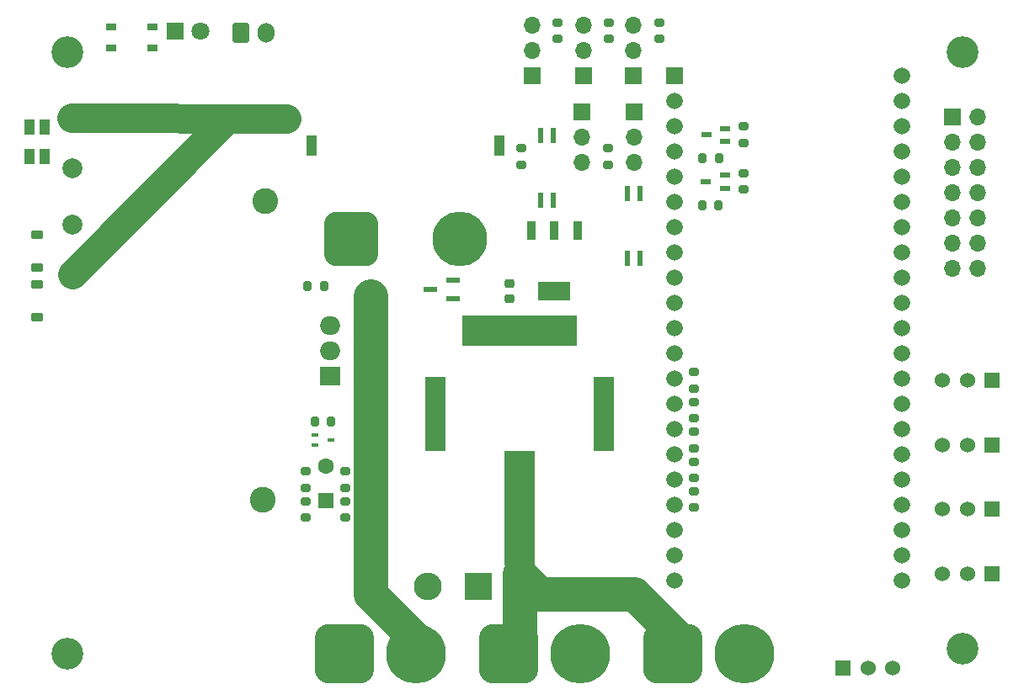
<source format=gbr>
%TF.GenerationSoftware,KiCad,Pcbnew,8.0.4*%
%TF.CreationDate,2024-08-13T21:05:31+09:00*%
%TF.ProjectId,chibarobo_board_2024,63686962-6172-46f6-926f-5f626f617264,rev?*%
%TF.SameCoordinates,Original*%
%TF.FileFunction,Soldermask,Top*%
%TF.FilePolarity,Negative*%
%FSLAX46Y46*%
G04 Gerber Fmt 4.6, Leading zero omitted, Abs format (unit mm)*
G04 Created by KiCad (PCBNEW 8.0.4) date 2024-08-13 21:05:31*
%MOMM*%
%LPD*%
G01*
G04 APERTURE LIST*
G04 Aperture macros list*
%AMRoundRect*
0 Rectangle with rounded corners*
0 $1 Rounding radius*
0 $2 $3 $4 $5 $6 $7 $8 $9 X,Y pos of 4 corners*
0 Add a 4 corners polygon primitive as box body*
4,1,4,$2,$3,$4,$5,$6,$7,$8,$9,$2,$3,0*
0 Add four circle primitives for the rounded corners*
1,1,$1+$1,$2,$3*
1,1,$1+$1,$4,$5*
1,1,$1+$1,$6,$7*
1,1,$1+$1,$8,$9*
0 Add four rect primitives between the rounded corners*
20,1,$1+$1,$2,$3,$4,$5,0*
20,1,$1+$1,$4,$5,$6,$7,0*
20,1,$1+$1,$6,$7,$8,$9,0*
20,1,$1+$1,$8,$9,$2,$3,0*%
%AMFreePoly0*
4,1,5,1.500000,-5.750000,-1.500000,-5.750000,-1.500000,5.750000,1.500000,5.750000,1.500000,-5.750000,1.500000,-5.750000,$1*%
%AMFreePoly1*
4,1,5,1.000000,-3.750000,-1.000000,-3.750000,-1.000000,3.750000,1.000000,3.750000,1.000000,-3.750000,1.000000,-3.750000,$1*%
G04 Aperture macros list end*
%ADD10C,3.500000*%
%ADD11C,0.100000*%
%ADD12C,3.000000*%
%ADD13RoundRect,0.225000X0.375000X-0.225000X0.375000X0.225000X-0.375000X0.225000X-0.375000X-0.225000X0*%
%ADD14RoundRect,0.200000X-0.275000X0.200000X-0.275000X-0.200000X0.275000X-0.200000X0.275000X0.200000X0*%
%ADD15R,1.000000X2.000000*%
%ADD16RoundRect,1.375000X-1.375000X-1.375000X1.375000X-1.375000X1.375000X1.375000X-1.375000X1.375000X0*%
%ADD17C,5.500000*%
%ADD18R,1.524000X1.524000*%
%ADD19C,1.524000*%
%ADD20RoundRect,0.200000X0.275000X-0.200000X0.275000X0.200000X-0.275000X0.200000X-0.275000X-0.200000X0*%
%ADD21R,1.700000X1.700000*%
%ADD22O,1.700000X1.700000*%
%ADD23FreePoly0,180.000000*%
%ADD24FreePoly1,180.000000*%
%ADD25FreePoly0,270.000000*%
%ADD26R,1.100000X1.500000*%
%ADD27R,1.000000X0.500000*%
%ADD28RoundRect,0.137500X0.137500X-0.662500X0.137500X0.662500X-0.137500X0.662500X-0.137500X-0.662500X0*%
%ADD29RoundRect,0.137500X-0.137500X0.662500X-0.137500X-0.662500X0.137500X-0.662500X0.137500X0.662500X0*%
%ADD30RoundRect,0.200000X-0.200000X-0.275000X0.200000X-0.275000X0.200000X0.275000X-0.200000X0.275000X0*%
%ADD31R,0.800000X0.400000*%
%ADD32RoundRect,0.250000X-0.600000X-0.750000X0.600000X-0.750000X0.600000X0.750000X-0.600000X0.750000X0*%
%ADD33O,1.700000X2.000000*%
%ADD34C,3.200000*%
%ADD35RoundRect,1.500000X-1.500000X-1.500000X1.500000X-1.500000X1.500000X1.500000X-1.500000X1.500000X0*%
%ADD36C,6.000000*%
%ADD37R,2.800000X2.800000*%
%ADD38O,2.800000X2.800000*%
%ADD39C,2.600000*%
%ADD40RoundRect,0.225000X-0.250000X0.225000X-0.250000X-0.225000X0.250000X-0.225000X0.250000X0.225000X0*%
%ADD41R,0.950000X1.900000*%
%ADD42R,3.250000X1.900000*%
%ADD43R,1.050000X0.650000*%
%ADD44RoundRect,0.200000X0.200000X0.275000X-0.200000X0.275000X-0.200000X-0.275000X0.200000X-0.275000X0*%
%ADD45R,1.450000X0.600000*%
%ADD46R,1.665000X1.665000*%
%ADD47C,1.665000*%
%ADD48R,2.000000X1.905000*%
%ADD49O,2.000000X1.905000*%
%ADD50R,1.800000X1.800000*%
%ADD51C,1.800000*%
%ADD52R,1.600000X1.600000*%
%ADD53C,1.600000*%
%ADD54R,2.000000X2.000000*%
%ADD55C,2.000000*%
G04 APERTURE END LIST*
D10*
X135500000Y-79500000D02*
X135500000Y-109000000D01*
X152500000Y-109500000D02*
X162000000Y-109500000D01*
X162000000Y-109500000D02*
X166000000Y-113500000D01*
X150500000Y-107500000D02*
X152500000Y-109500000D01*
X135500000Y-109500000D02*
X140000000Y-114000000D01*
D11*
X135500000Y-109000000D02*
X135500000Y-109500000D01*
D10*
X150500000Y-107500000D02*
X150500000Y-115000000D01*
D12*
X120660003Y-62076941D02*
X105519551Y-77348123D01*
X127000000Y-61671369D02*
X105474633Y-61612425D01*
D13*
%TO.C,D3*%
X102000000Y-76650000D03*
X102000000Y-73350000D03*
%TD*%
D14*
%TO.C,R30*%
X168000000Y-90175000D03*
X168000000Y-91825000D03*
%TD*%
%TO.C,R23*%
X159380110Y-64675000D03*
X159380110Y-66325000D03*
%TD*%
D15*
%TO.C,J16*%
X129550000Y-64350000D03*
X148450000Y-64350000D03*
D16*
X133550000Y-73750000D03*
D17*
X144450000Y-73750000D03*
%TD*%
D18*
%TO.C,J10*%
X198000000Y-94500000D03*
D19*
X195500000Y-94500000D03*
X193000000Y-94500000D03*
%TD*%
D14*
%TO.C,R32*%
X168000000Y-93175000D03*
X168000000Y-94825000D03*
%TD*%
D20*
%TO.C,R5*%
X133000000Y-98825000D03*
X133000000Y-97175000D03*
%TD*%
D18*
%TO.C,J14*%
X183000000Y-117000000D03*
D19*
X185500000Y-117000000D03*
X188000000Y-117000000D03*
%TD*%
D21*
%TO.C,J1*%
X193997513Y-61494733D03*
D22*
X196537513Y-61494733D03*
X193997513Y-64034733D03*
X196537513Y-64034733D03*
X193997513Y-66574733D03*
X196537513Y-66574733D03*
X193997513Y-69114733D03*
X196537513Y-69114733D03*
X193997513Y-71654733D03*
X196537513Y-71654733D03*
X193997513Y-74194733D03*
X196537513Y-74194733D03*
X193997513Y-76734733D03*
X196537513Y-76734733D03*
%TD*%
D18*
%TO.C,J13*%
X198000000Y-107500000D03*
D19*
X195500000Y-107500000D03*
X193000000Y-107500000D03*
%TD*%
D23*
%TO.C,K1*%
X150500000Y-100900000D03*
D24*
X142050000Y-91400000D03*
X158950000Y-91400000D03*
D25*
X150500000Y-83000000D03*
%TD*%
D26*
%TO.C,D2*%
X101250000Y-65500000D03*
X101250000Y-62500000D03*
X102750000Y-62500000D03*
X102750000Y-65500000D03*
%TD*%
D20*
%TO.C,R11*%
X128997541Y-98831399D03*
X128997541Y-97181399D03*
%TD*%
D14*
%TO.C,R14*%
X164500000Y-52000000D03*
X164500000Y-53650000D03*
%TD*%
D27*
%TO.C,Q6*%
X171146674Y-63947920D03*
X171146674Y-62647920D03*
X169246674Y-63297920D03*
%TD*%
D28*
%TO.C,U5*%
X152627632Y-69885143D03*
X153897632Y-69885143D03*
X153897632Y-63385143D03*
X152627632Y-63385143D03*
%TD*%
D20*
%TO.C,R22*%
X173000743Y-64125149D03*
X173000743Y-62475149D03*
%TD*%
D29*
%TO.C,U4*%
X162635000Y-69250000D03*
X161365000Y-69250000D03*
X161365000Y-75750000D03*
X162635000Y-75750000D03*
%TD*%
D30*
%TO.C,R62*%
X129898893Y-92180854D03*
X131548893Y-92180854D03*
%TD*%
D14*
%TO.C,R17*%
X159448085Y-52009604D03*
X159448085Y-53659604D03*
%TD*%
D31*
%TO.C,Q15*%
X129900000Y-93500000D03*
X129900000Y-94500000D03*
X131500000Y-94000000D03*
%TD*%
D32*
%TO.C,J15*%
X122500000Y-53000000D03*
D33*
X125000000Y-53000000D03*
%TD*%
D21*
%TO.C,J2*%
X161948959Y-57363564D03*
D22*
X161948959Y-54823564D03*
X161948959Y-52283564D03*
%TD*%
D34*
%TO.C,H3*%
X105000000Y-115500000D03*
%TD*%
D21*
%TO.C,J4*%
X151768554Y-57385064D03*
D22*
X151768554Y-54845064D03*
X151768554Y-52305064D03*
%TD*%
D34*
%TO.C,H2*%
X195000000Y-55000000D03*
%TD*%
D35*
%TO.C,J9*%
X149400000Y-115500000D03*
D36*
X156600000Y-115500000D03*
%TD*%
D18*
%TO.C,J12*%
X198000000Y-101000000D03*
D19*
X195500000Y-101000000D03*
X193000000Y-101000000D03*
%TD*%
D37*
%TO.C,D8*%
X146319950Y-108748157D03*
D38*
X141239950Y-108748157D03*
%TD*%
D35*
%TO.C,J11*%
X132900000Y-115500000D03*
D36*
X140100000Y-115500000D03*
%TD*%
D21*
%TO.C,J6*%
X156776836Y-61000178D03*
D22*
X156776836Y-63540178D03*
X156776836Y-66080178D03*
%TD*%
D39*
%TO.C,HS1*%
X124687500Y-100000000D03*
X124887500Y-70000000D03*
%TD*%
D13*
%TO.C,D1*%
X102000000Y-81650000D03*
X102000000Y-78350000D03*
%TD*%
D21*
%TO.C,J5*%
X162000000Y-61000000D03*
D22*
X162000000Y-63540000D03*
X162000000Y-66080000D03*
%TD*%
D40*
%TO.C,C19*%
X149500000Y-78225000D03*
X149500000Y-79775000D03*
%TD*%
D41*
%TO.C,Q14*%
X156300000Y-72950000D03*
X154000000Y-72950000D03*
X151700000Y-72950000D03*
D42*
X154000000Y-79050000D03*
%TD*%
D14*
%TO.C,R36*%
X168000000Y-99175000D03*
X168000000Y-100825000D03*
%TD*%
D43*
%TO.C,S1*%
X109425000Y-52425000D03*
X113575000Y-52425000D03*
X109425000Y-54575000D03*
X113575000Y-54575000D03*
%TD*%
D20*
%TO.C,R25*%
X173000000Y-68825000D03*
X173000000Y-67175000D03*
%TD*%
D44*
%TO.C,R38*%
X130825000Y-78500000D03*
X129175000Y-78500000D03*
%TD*%
D14*
%TO.C,R26*%
X150693174Y-64675000D03*
X150693174Y-66325000D03*
%TD*%
D45*
%TO.C,Q12*%
X143836443Y-79814947D03*
X143836443Y-77914947D03*
X141536443Y-78864947D03*
%TD*%
D46*
%TO.C,IC1*%
X166035000Y-57325000D03*
D47*
X166035000Y-59865000D03*
X166035000Y-62405000D03*
X166035000Y-64945000D03*
X166035000Y-67485000D03*
X166035000Y-70025000D03*
X166035000Y-72565000D03*
X166035000Y-75105000D03*
X166035000Y-77645000D03*
X166035000Y-80185000D03*
X166035000Y-82725000D03*
X166035000Y-85265000D03*
X166035000Y-87805000D03*
X166035000Y-90345000D03*
X166035000Y-92885000D03*
X166035000Y-95425000D03*
X166035000Y-97965000D03*
X166035000Y-100505000D03*
X166035000Y-103045000D03*
X166035000Y-105585000D03*
X166035000Y-108125000D03*
X188895000Y-57325000D03*
X188895000Y-59865000D03*
X188895000Y-62405000D03*
X188895000Y-64945000D03*
X188895000Y-67485000D03*
X188895000Y-70025000D03*
X188895000Y-72565000D03*
X188895000Y-75105000D03*
X188895000Y-77645000D03*
X188895000Y-80185000D03*
X188895000Y-82725000D03*
X188895000Y-85265000D03*
X188895000Y-87805000D03*
X188895000Y-90345000D03*
X188895000Y-92885000D03*
X188895000Y-95425000D03*
X188895000Y-97965000D03*
X188895000Y-100505000D03*
X188895000Y-103045000D03*
X188895000Y-105585000D03*
X188895000Y-108125000D03*
%TD*%
D18*
%TO.C,J8*%
X198000000Y-88000000D03*
D19*
X195500000Y-88000000D03*
X193000000Y-88000000D03*
%TD*%
D34*
%TO.C,H4*%
X195000000Y-115000000D03*
%TD*%
D20*
%TO.C,R10*%
X129000000Y-101825000D03*
X129000000Y-100175000D03*
%TD*%
D48*
%TO.C,Q1*%
X131445000Y-87540000D03*
D49*
X131445000Y-85000000D03*
X131445000Y-82460000D03*
%TD*%
D27*
%TO.C,Q7*%
X171140759Y-68673899D03*
X171140759Y-67373899D03*
X169240759Y-68023899D03*
%TD*%
D35*
%TO.C,J7*%
X165900000Y-115500000D03*
D36*
X173100000Y-115500000D03*
%TD*%
D20*
%TO.C,R4*%
X133000000Y-101825000D03*
X133000000Y-100175000D03*
%TD*%
D14*
%TO.C,R28*%
X168000000Y-87175000D03*
X168000000Y-88825000D03*
%TD*%
D34*
%TO.C,H1*%
X105000000Y-55000000D03*
%TD*%
D21*
%TO.C,J3*%
X156911870Y-57369899D03*
D22*
X156911870Y-54829899D03*
X156911870Y-52289899D03*
%TD*%
D30*
%TO.C,R21*%
X168872163Y-65654531D03*
X170522163Y-65654531D03*
%TD*%
D50*
%TO.C,D5*%
X115828498Y-52898960D03*
D51*
X118368498Y-52898960D03*
%TD*%
D14*
%TO.C,R20*%
X154338238Y-51983808D03*
X154338238Y-53633808D03*
%TD*%
D30*
%TO.C,R24*%
X168830380Y-70399773D03*
X170480380Y-70399773D03*
%TD*%
D14*
%TO.C,R34*%
X168000000Y-96175000D03*
X168000000Y-97825000D03*
%TD*%
D52*
%TO.C,C8*%
X131000000Y-100152651D03*
D53*
X131000000Y-96652651D03*
%TD*%
D54*
%TO.C,C5*%
X105500000Y-77367677D03*
D55*
X105500000Y-72367677D03*
%TD*%
D54*
%TO.C,C4*%
X105500000Y-61632323D03*
D55*
X105500000Y-66632323D03*
%TD*%
M02*

</source>
